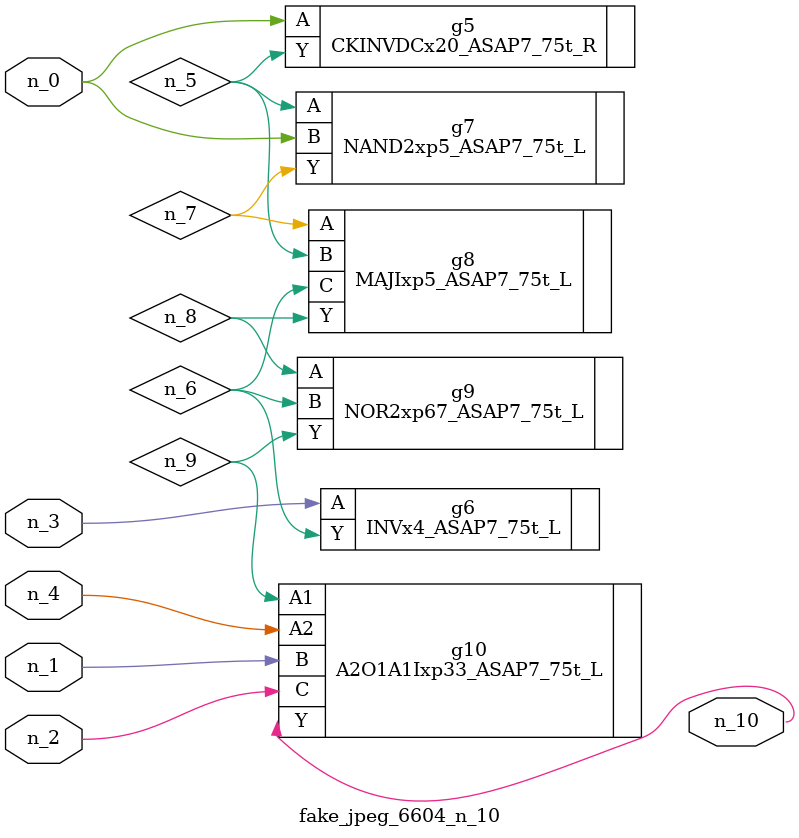
<source format=v>
module fake_jpeg_6604_n_10 (n_3, n_2, n_1, n_0, n_4, n_10);

input n_3;
input n_2;
input n_1;
input n_0;
input n_4;

output n_10;

wire n_8;
wire n_9;
wire n_6;
wire n_5;
wire n_7;

CKINVDCx20_ASAP7_75t_R g5 ( 
.A(n_0),
.Y(n_5)
);

INVx4_ASAP7_75t_L g6 ( 
.A(n_3),
.Y(n_6)
);

NAND2xp5_ASAP7_75t_L g7 ( 
.A(n_5),
.B(n_0),
.Y(n_7)
);

MAJIxp5_ASAP7_75t_L g8 ( 
.A(n_7),
.B(n_5),
.C(n_6),
.Y(n_8)
);

NOR2xp67_ASAP7_75t_L g9 ( 
.A(n_8),
.B(n_6),
.Y(n_9)
);

A2O1A1Ixp33_ASAP7_75t_L g10 ( 
.A1(n_9),
.A2(n_4),
.B(n_1),
.C(n_2),
.Y(n_10)
);


endmodule
</source>
